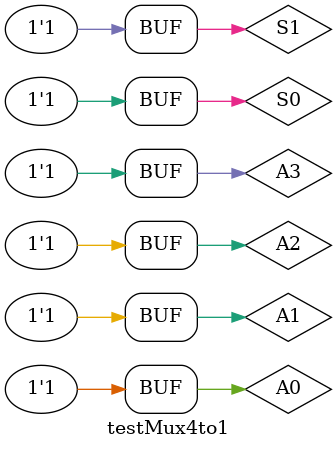
<source format=v>
module mux4to1(A0, A1, A2, A3, S0, S1, Y);
input A0, A1, A2, A3, S0, S1; 
output Y;
reg Y;

always @*
begin 
    if(S0 == 1'b0 && S1 == 1'b0) begin 
        Y = A0;
    end
    else if(S0 == 1'b0 && S1 == 1'b1) begin 
        Y = A1; 
    end
    else if(S0 == 1'b1 && S1 == 1'b0) begin 
        Y = A2; 
    end
    else begin 
        Y = A3; 
    end

end
endmodule

module testMux4to1;
reg A0, A1, A2, A3, S0,  S1; 
wire Y; 

mux4to1 i(A0, A1, A2, A3, S0, S1, Y);

initial
    begin
        S0 = 1'b0; 
        S1 = 1'b0;
        A0 = 1'b0; 
        A1 = 1'b0; 
        A2 = 1'b0; 
        A3 = 1'b0; 

        $monitor("Time = %0t, S1 = %b , S2 = %b , A0 = %b , A1 = %b , A2 = %b , A3 = %b , Y = %b", $time , S0, S1, A0, A1, A2, A3, Y);
        #5 S0=1'b0; S1=1'b0; A0=1'b1;
        #5 S0=1'b0; S1=1'b1; A1=1'b0;
        #5 S0=1'b0; S1=1'b1; A1=1'b1;
        #5 S0=1'b1; S1=1'b0; A2=1'b0;
        #5 S0=1'b1; S1=1'b0; A2=1'b1;
        #5 S0=1'b1; S1=1'b1; A3=1'b0;
        #5 S0=1'b1; S1=1'b1; A3=1'b1;
    
    end
endmodule 
</source>
